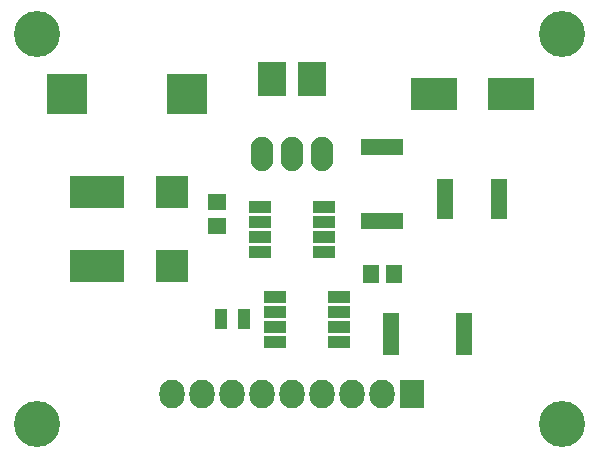
<source format=gbr>
G04 #@! TF.FileFunction,Soldermask,Top*
%FSLAX46Y46*%
G04 Gerber Fmt 4.6, Leading zero omitted, Abs format (unit mm)*
G04 Created by KiCad (PCBNEW 4.0.1-stable) date 2/11/2016 1:20:39 PM*
%MOMM*%
G01*
G04 APERTURE LIST*
%ADD10C,0.100000*%
%ADD11C,3.900000*%
%ADD12R,3.900120X2.800300*%
%ADD13R,4.530000X2.770000*%
%ADD14R,1.650000X1.400000*%
%ADD15R,1.400000X1.650000*%
%ADD16R,2.830000X2.770000*%
%ADD17R,1.100000X1.700000*%
%ADD18R,1.400000X3.600000*%
%ADD19R,3.600000X1.400000*%
%ADD20R,1.950000X1.000000*%
%ADD21R,1.400000X3.400000*%
%ADD22R,2.400000X2.900000*%
%ADD23R,3.399740X3.399740*%
%ADD24O,1.901140X2.899360*%
%ADD25R,2.127200X2.432000*%
%ADD26O,2.127200X2.432000*%
G04 APERTURE END LIST*
D10*
D11*
X165100000Y-99060000D03*
X165100000Y-132080000D03*
X120650000Y-132080000D03*
X120650000Y-99060000D03*
D12*
X154228800Y-104140000D03*
X160731200Y-104140000D03*
D13*
X125730000Y-118690000D03*
X125730000Y-112450000D03*
D14*
X135890000Y-113300000D03*
X135890000Y-115300000D03*
D15*
X148860000Y-119380000D03*
X150860000Y-119380000D03*
D16*
X132080000Y-118690000D03*
X132080000Y-112450000D03*
D17*
X138110000Y-123190000D03*
X136210000Y-123190000D03*
D18*
X156770000Y-124460000D03*
X150570000Y-124460000D03*
D19*
X149860000Y-108660000D03*
X149860000Y-114860000D03*
D20*
X139540000Y-113665000D03*
X139540000Y-114935000D03*
X139540000Y-116205000D03*
X139540000Y-117475000D03*
X144940000Y-117475000D03*
X144940000Y-116205000D03*
X144940000Y-114935000D03*
X144940000Y-113665000D03*
X146210000Y-125095000D03*
X146210000Y-123825000D03*
X146210000Y-122555000D03*
X146210000Y-121285000D03*
X140810000Y-121285000D03*
X140810000Y-122555000D03*
X140810000Y-123825000D03*
X140810000Y-125095000D03*
D21*
X155180000Y-113030000D03*
X159780000Y-113030000D03*
D22*
X140540000Y-102870000D03*
X143940000Y-102870000D03*
D23*
X133350000Y-104140000D03*
X123190000Y-104140000D03*
D24*
X142240000Y-109220000D03*
X139700000Y-109220000D03*
X144780000Y-109220000D03*
D25*
X152400000Y-129540000D03*
D26*
X149860000Y-129540000D03*
X147320000Y-129540000D03*
X144780000Y-129540000D03*
X142240000Y-129540000D03*
X139700000Y-129540000D03*
X137160000Y-129540000D03*
X134620000Y-129540000D03*
X132080000Y-129540000D03*
M02*

</source>
